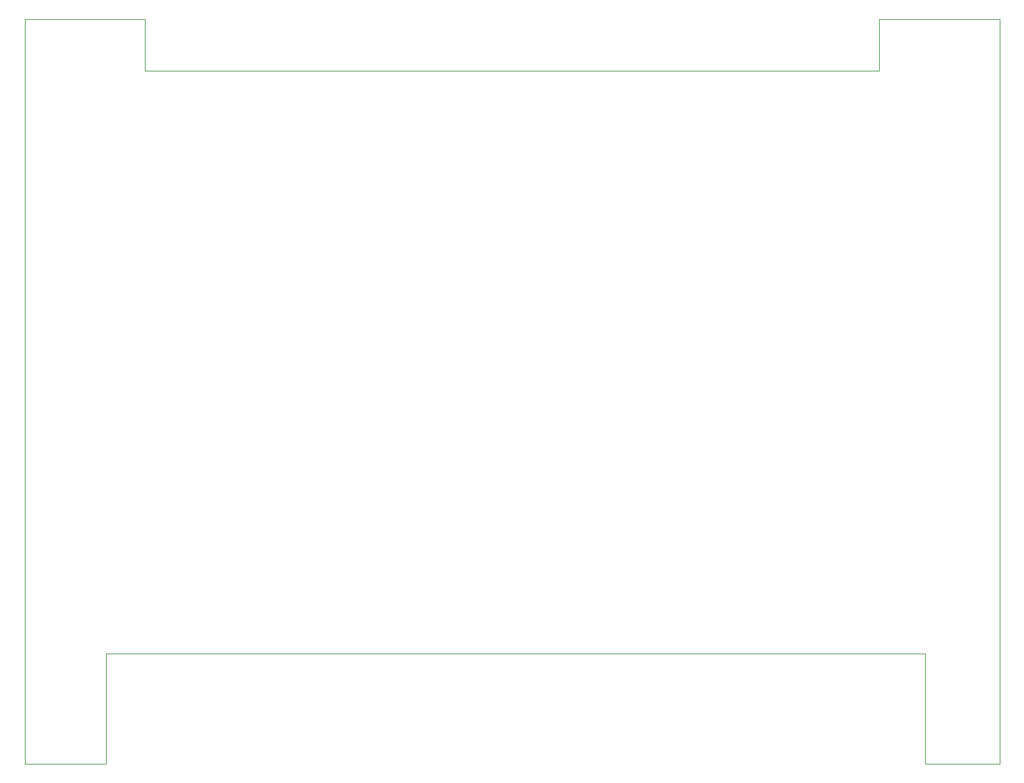
<source format=gbr>
%TF.GenerationSoftware,KiCad,Pcbnew,8.0.3*%
%TF.CreationDate,2025-06-03T03:01:33-07:00*%
%TF.ProjectId,MLU_BreakoutV2,4d4c555f-4272-4656-916b-6f757456322e,rev?*%
%TF.SameCoordinates,Original*%
%TF.FileFunction,Profile,NP*%
%FSLAX46Y46*%
G04 Gerber Fmt 4.6, Leading zero omitted, Abs format (unit mm)*
G04 Created by KiCad (PCBNEW 8.0.3) date 2025-06-03 03:01:33*
%MOMM*%
%LPD*%
G01*
G04 APERTURE LIST*
%TA.AperFunction,Profile*%
%ADD10C,0.050000*%
%TD*%
G04 APERTURE END LIST*
D10*
X141830000Y-58120000D02*
X234613334Y-58120000D01*
X239160857Y-58119143D01*
X239160000Y-51302000D01*
X255174000Y-51302000D01*
X255174000Y-150177600D01*
X255161600Y-150190000D01*
X245300000Y-150190000D01*
X245267204Y-144082796D01*
X245267204Y-135530000D01*
X136651620Y-135530000D01*
X136651620Y-150210000D01*
X135251620Y-150210000D01*
X125870800Y-150210000D01*
X125838400Y-150177600D01*
X125838400Y-51302000D01*
X125890400Y-51250000D01*
X141830000Y-51250000D01*
X141830000Y-58120000D01*
M02*

</source>
